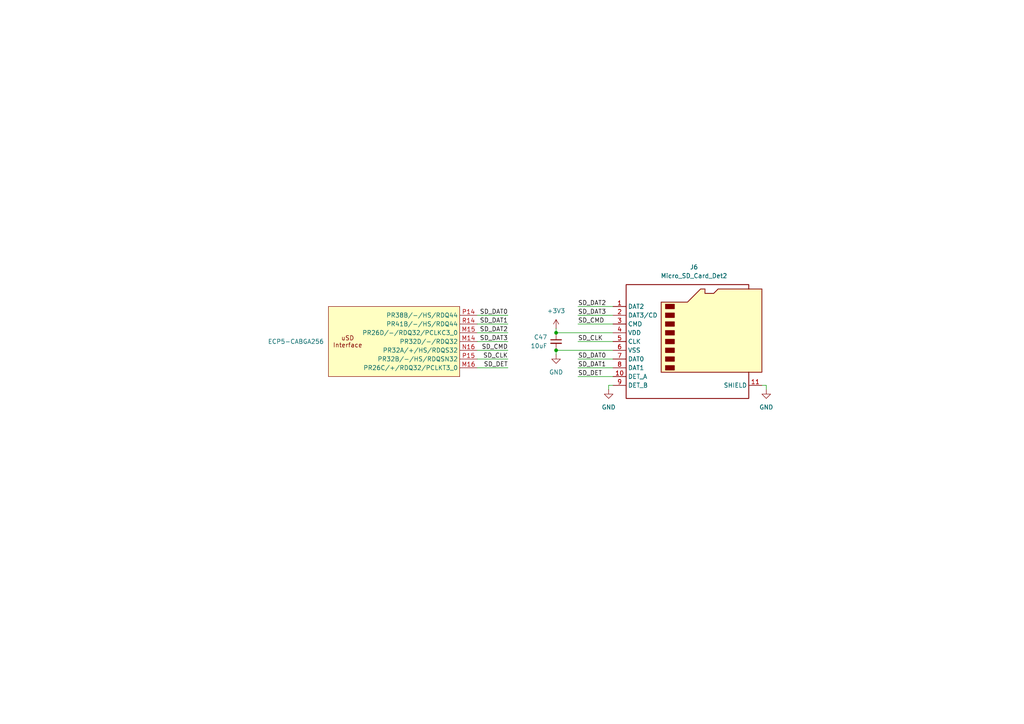
<source format=kicad_sch>
(kicad_sch (version 20250114) (generator "eeschema") (generator_version "9.0")
  (paper "A4")
  (title_block (title "Icepi zero") (date "2025-07-02") (rev "v1.2") (company "Chengyin Yao (cheyao)") (comment 1 "https://github.com/cheyao/icepi-zero"))
  (lib_symbols
    (symbol "Connector:Micro_SD_Card_Det2"
      (property "Reference" "J" (at -16.51 17.78 0))
      (property "Value" "Micro_SD_Card_Det2" (at 16.51 17.78 0))
      (symbol "Micro_SD_Card_Det2_0_1"
        (polyline (pts (xy -8.89 -8.89) (xy -8.89 11.43) (xy -1.27 11.43) (xy 2.54 15.24) (xy 3.81 15.24) (xy 3.81 13.97) (xy 6.35 13.97) (xy 7.62 15.24) (xy 20.32 15.24) (xy 20.32 -8.89) (xy -8.89 -8.89)) (stroke (width 0.254)) (fill (type background)))
        (rectangle (start -7.62 10.795) (end -5.08 9.525) (stroke (width 0.254)) (fill (type outline)))
        (rectangle (start -7.62 8.255) (end -5.08 6.985) (stroke (width 0.254)) (fill (type outline)))
        (rectangle (start -7.62 5.715) (end -5.08 4.445) (stroke (width 0.254)) (fill (type outline)))
        (rectangle (start -7.62 3.175) (end -5.08 1.905) (stroke (width 0.254)) (fill (type outline)))
        (rectangle (start -7.62 0.635) (end -5.08 -0.635) (stroke (width 0.254)) (fill (type outline)))
        (rectangle (start -7.62 -1.905) (end -5.08 -3.175) (stroke (width 0.254)) (fill (type outline)))
        (rectangle (start -7.62 -4.445) (end -5.08 -5.715) (stroke (width 0.254)) (fill (type outline)))
        (rectangle (start -7.62 -6.985) (end -5.08 -8.255) (stroke (width 0.254)) (fill (type outline)))
        (polyline (pts (xy 16.51 15.24) (xy 16.51 16.51) (xy -19.05 16.51) (xy -19.05 -16.51) (xy 16.51 -16.51) (xy 16.51 -8.89)) (stroke (width 0.254)))
      )
      (symbol "Micro_SD_Card_Det2_1_1"
        (pin bidirectional line (at -22.86 10.16 0) (length 3.81) (name "DAT2") (number "1"))
        (pin bidirectional line (at -22.86 7.62 0) (length 3.81) (name "DAT3/CD") (number "2"))
        (pin input line (at -22.86 5.08 0) (length 3.81) (name "CMD") (number "3"))
        (pin power_in line (at -22.86 2.54 0) (length 3.81) (name "VDD") (number "4"))
        (pin input line (at -22.86 0 0) (length 3.81) (name "CLK") (number "5"))
        (pin power_in line (at -22.86 -2.54 0) (length 3.81) (name "VSS") (number "6"))
        (pin bidirectional line (at -22.86 -5.08 0) (length 3.81) (name "DAT0") (number "7"))
        (pin bidirectional line (at -22.86 -7.62 0) (length 3.81) (name "DAT1") (number "8"))
        (pin passive line (at -22.86 -10.16 0) (length 3.81) (name "DET_A") (number "10"))
        (pin passive line (at -22.86 -12.7 0) (length 3.81) (name "DET_B") (number "9"))
        (pin passive line (at 20.32 -12.7 180) (length 3.81) (name "SHIELD") (number "11"))
      )
    )
    (symbol "Device:C_Small" (pin_numbers (hide yes)) (pin_names (offset 0.254) (hide yes))
      (property "Reference" "C" (at 0.254 1.778 0))
      (property "Value" "C_Small" (at 0.254 -2.032 0))
      (symbol "C_Small_0_1"
        (polyline (pts (xy -1.524 0.508) (xy 1.524 0.508)) (stroke (width 0.3048)))
        (polyline (pts (xy -1.524 -0.508) (xy 1.524 -0.508)) (stroke (width 0.3302)))
      )
      (symbol "C_Small_1_1"
        (pin passive line (at 0 2.54 270) (length 2.032) (name "~") (number "1"))
        (pin passive line (at 0 -2.54 90) (length 2.032) (name "~") (number "2"))
      )
    )
    (symbol "icepi-lib:LFE5U-25F-6BG256x"
      (property "Reference" "U" (at 48.768 1.016 0))
      (property "Value" "ECP5U-25F-CABGA256" (at 59.436 -1.27 0))
      (symbol "LFE5U-25F-6BG256x_1_1"
        (rectangle (start -47.625 10.16) (end 47.625 -10.16) (fill (type background)))
        (text "Power Block" (at -0.254 0 0) (effects (font (size 1.27 1.27))))
        (pin power_in line (at -45.72 15.24 270) (length 5.08) (name "VCC") (number "G6"))
        (pin power_in line (at -43.18 15.24 270) (length 5.08) (name "VCC") (number "G7"))
        (pin power_in line (at -40.64 15.24 270) (length 5.08) (name "VCC") (number "L8"))
        (pin power_in line (at -38.1 15.24 270) (length 5.08) (name "VCC") (number "L9"))
        (pin power_in line (at -35.56 15.24 270) (length 5.08) (name "VCC") (number "G9"))
        (pin power_in line (at -35.56 -15.24 90) (length 5.08) (name "GND") (number "A16"))
        (pin power_in line (at -33.02 15.24 270) (length 5.08) (name "VCC") (number "L10"))
        (pin power_in line (at -33.02 -15.24 90) (length 5.08) (name "GND") (number "H16"))
        (pin power_in line (at -30.48 -15.24 90) (length 5.08) (name "GND") (number "T16"))
        (pin power_in line (at -27.94 -15.24 90) (length 5.08) (name "GND") (number "D15"))
        (pin power_in line (at -25.4 15.24 270) (length 5.08) (name "VCCAUX") (number "L7"))
        (pin power_in line (at -25.4 -15.24 90) (length 5.08) (name "GND") (number "N15"))
        (pin power_in line (at -22.86 15.24 270) (length 5.08) (name "VCCAUX") (number "G11"))
        (pin power_in line (at -22.86 -15.24 90) (length 5.08) (name "GND") (number "T12"))
        (pin power_in line (at -20.32 -15.24 90) (length 5.08) (name "GND") (number "G10"))
        (pin power_in line (at -17.78 -15.24 90) (length 5.08) (name "GND") (number "H10"))
        (pin power_in line (at -15.24 15.24 270) (length 5.08) (name "VCCIO0") (number "F6"))
        (pin power_in line (at -15.24 -15.24 90) (length 5.08) (name "GND") (number "J10"))
        (pin power_in line (at -12.7 15.24 270) (length 5.08) (name "VCCIO0") (number "F7"))
        (pin power_in line (at -12.7 -15.24 90) (length 5.08) (name "GND") (number "K10"))
        (pin power_in line (at -10.16 -15.24 90) (length 5.08) (name "GND") (number "F9"))
        (pin power_in line (at -7.62 -15.24 90) (length 5.08) (name "GND") (number "H9"))
        (pin power_in line (at -5.08 15.24 270) (length 5.08) (name "VCCIO1") (number "F10"))
        (pin power_in line (at -5.08 -15.24 90) (length 5.08) (name "GND") (number "J9"))
        (pin power_in line (at -2.54 15.24 270) (length 5.08) (name "VCCIO1") (number "F11"))
        (pin power_in line (at -2.54 -15.24 90) (length 5.08) (name "GND") (number "K9"))
        (pin power_in line (at 0 -15.24 90) (length 5.08) (name "GND") (number "F8"))
        (pin power_in line (at 2.54 -15.24 90) (length 5.08) (name "GND") (number "G8"))
        (pin power_in line (at 5.08 15.24 270) (length 5.08) (name "VCCIO2") (number "J11"))
        (pin power_in line (at 5.08 -15.24 90) (length 5.08) (name "GND") (number "H8"))
        (pin power_in line (at 7.62 15.24 270) (length 5.08) (name "VCCIO2") (number "H11"))
        (pin power_in line (at 7.62 -15.24 90) (length 5.08) (name "GND") (number "J8"))
        (pin power_in line (at 10.16 -15.24 90) (length 5.08) (name "GND") (number "K8"))
        (pin power_in line (at 12.7 -15.24 90) (length 5.08) (name "GND") (number "K7"))
        (pin power_in line (at 15.24 15.24 270) (length 5.08) (name "VCCIO3") (number "L11"))
        (pin power_in line (at 15.24 -15.24 90) (length 5.08) (name "GND") (number "K6"))
        (pin power_in line (at 17.78 15.24 270) (length 5.08) (name "VCCIO3") (number "K11"))
        (pin power_in line (at 17.78 -15.24 90) (length 5.08) (name "GND") (number "T5"))
        (pin power_in line (at 20.32 -15.24 90) (length 5.08) (name "GND") (number "D2"))
        (pin power_in line (at 22.86 -15.24 90) (length 5.08) (name "GND") (number "N2"))
        (pin power_in line (at 25.4 15.24 270) (length 5.08) (name "VCCIO6") (number "J6"))
        (pin power_in line (at 25.4 -15.24 90) (length 5.08) (name "GND") (number "A1"))
        (pin power_in line (at 27.94 15.24 270) (length 5.08) (name "VCCIO6") (number "J7"))
        (pin power_in line (at 27.94 -15.24 90) (length 5.08) (name "GND") (number "H1"))
        (pin power_in line (at 30.48 -15.24 90) (length 5.08) (name "GND") (number "T1"))
        (pin power_in line (at 35.56 15.24 270) (length 5.08) (name "VCCIO7") (number "H6"))
        (pin power_in line (at 38.1 15.24 270) (length 5.08) (name "VCCIO7") (number "H7"))
        (pin power_in line (at 45.72 15.24 270) (length 5.08) (name "VCCIO8") (number "L6"))
      )
      (symbol "LFE5U-25F-6BG256x_2_1"
        (rectangle (start -7.62 5.715) (end 7.62 -5.715) (fill (type background)))
        (text "JTAG\nInterface" (at 2.032 0 0) (effects (font (size 1.27 1.27))))
        (pin output line (at -12.7 3.81 0) (length 5.08) (name "TDO") (number "M10"))
        (pin input line (at -12.7 1.27 0) (length 5.08) (name "TDI") (number "R11"))
        (pin input line (at -12.7 -1.27 0) (length 5.08) (name "TCK") (number "T10"))
        (pin input line (at -12.7 -3.81 0) (length 5.08) (name "TMS") (number "T11"))
      )
      (symbol "LFE5U-25F-6BG256x_3_1"
        (rectangle (start -25.4 8.255) (end 25.4 -8.255) (fill (type background)))
        (text "SysIO Config block" (at 8.89 -0.254 0) (effects (font (size 1.27 1.27))))
        (pin bidirectional line (at -30.48 6.35 0) (length 5.08) (name "PB15A/+/HOLDN/DI/BUSY/CSSPIN/CEN") (number "N8"))
        (pin bidirectional line (at -30.48 3.81 0) (length 5.08) (name "CCLK/MCLK/SCK") (number "N9"))
        (pin bidirectional line (at -30.48 1.27 0) (length 5.08) (name "PB11B/-/D0/MOSI/IO0") (number "T8"))
        (pin bidirectional line (at -30.48 -1.27 0) (length 5.08) (name "PB11A/+/D1/MISO/IO1") (number "T7"))
        (pin bidirectional line (at -30.48 -3.81 0) (length 5.08) (name "PL9B/-/D2/IO2") (number "M7"))
        (pin bidirectional line (at -30.48 -6.35 0) (length 5.08) (name "PL9A/+/D3/IO3") (number "N7"))
        (pin input line (at 30.48 6.35 180) (length 5.08) (name "CFG_0") (number "N10"))
        (pin input line (at 30.48 3.81 180) (length 5.08) (name "CFG_1") (number "P10"))
        (pin input line (at 30.48 1.27 180) (length 5.08) (name "CPG_2") (number "R10"))
        (pin output line (at 30.48 -1.27 180) (length 5.08) (name "DONE") (number "P9"))
        (pin bidirectional line (at 30.48 -3.81 180) (length 5.08) (name "INITN") (number "T9"))
        (pin bidirectional line (at 30.48 -6.35 180) (length 5.08) (name "PROGRAMN") (number "R9"))
      )
      (symbol "LFE5U-25F-6BG256x_4_1"
        (rectangle (start -20.32 17.145) (end 20.32 -17.145) (fill (type background)))
        (text "GPDI\nInterface" (at 11.176 0 0) (effects (font (size 1.27 1.27))))
        (pin bidirectional line (at -25.4 15.24 0) (length 5.08) (name "PR35A/+/HS/RDQ32") (number "P16"))
        (pin bidirectional line (at -25.4 12.7 0) (length 5.08) (name "PR35B/-/HS/RDQ32/VREF1_3") (number "R16"))
        (pin bidirectional line (at -25.4 10.16 0) (length 5.08) (name "PR38C/+/RDQ44") (number "R15"))
        (pin bidirectional line (at -25.4 7.62 0) (length 5.08) (name "PR38D/-/RDQ44") (number "T15"))
        (pin bidirectional line (at -25.4 5.08 0) (length 5.08) (name "PR41C/+/RDQ44") (number "R13"))
        (pin bidirectional line (at -25.4 2.54 0) (length 5.08) (name "PR41D/-/RSQ44") (number "T14"))
        (pin bidirectional line (at -25.4 0 0) (length 5.08) (name "PR44A/+/HS/RDQS44") (number "R12"))
        (pin bidirectional line (at -25.4 -2.54 0) (length 5.08) (name "PR44B/-/HS/RDQSN44") (number "T13"))
        (pin bidirectional line (at -25.4 -5.08 0) (length 5.08) (name "PL44A/+/HS/LDQS44") (number "R5"))
        (pin bidirectional line (at -25.4 -7.62 0) (length 5.08) (name "PL41D/-/LDQ44") (number "T3"))
        (pin bidirectional line (at -25.4 -10.16 0) (length 5.08) (name "PL44B/-/HS/LDQSN44") (number "T4"))
        (pin bidirectional line (at -25.4 -12.7 0) (length 5.08) (name "PL47D/-/LDQ44/LLC_GPLL0C_IN") (number "P5"))
        (pin bidirectional line (at -25.4 -15.24 0) (length 5.08) (name "PR32C/+/RDQ32") (number "L14"))
      )
      (symbol "LFE5U-25F-6BG256x_5_1"
        (rectangle (start -20.32 18.415) (end 19.685 -18.415) (fill (type background)))
        (text "USB/UART\nInterface" (at 10.16 0 0) (effects (font (size 1.27 1.27))))
        (pin bidirectional line (at -25.4 16.51 0) (length 5.08) (name "PR23C/-/RDQ20/PCLKT2_0") (number "K16"))
        (pin bidirectional line (at -25.4 13.97 0) (length 5.08) (name "PR23D/-/RDQ20/PCLKC2_0") (number "K15"))
        (pin bidirectional line (at -25.4 11.43 0) (length 5.08) (name "PR26A/+/HS/RDQ32/PCLKT3_1") (number "L16"))
        (pin bidirectional line (at -25.4 8.89 0) (length 5.08) (name "PR26B/-/HS/RDQ32/PCLKC3_1") (number "L15"))
        (pin bidirectional line (at -25.4 3.81 0) (length 5.08) (name "PR11C/+/RDQ8") (number "F15"))
        (pin bidirectional line (at -25.4 1.27 0) (length 5.08) (name "PR11D/-/RDQ8") (number "E16"))
        (pin bidirectional line (at -25.4 -1.27 0) (length 5.08) (name "PR14B/-/HS/RDQ20") (number "G15"))
        (pin bidirectional line (at -25.4 -3.81 0) (length 5.08) (name "PR14D/-/RDQ20") (number "H14"))
        (pin bidirectional line (at -25.4 -8.89 0) (length 5.08) (name "PR23A/+/HS/RDQ20/PCLKT2_1") (number "J16"))
        (pin bidirectional line (at -25.4 -11.43 0) (length 5.08) (name "PR23B/-/HS/RDQ20/PCLKC2_1") (number "J15"))
        (pin bidirectional line (at -25.4 -13.97 0) (length 5.08) (name "PR5C/+/RDQ8") (number "E14"))
        (pin bidirectional line (at -25.4 -16.51 0) (length 5.08) (name "PT51B/-") (number "E11"))
      )
      (symbol "LFE5U-25F-6BG256x_6_1"
        (rectangle (start -25.4 33.02) (end 25.4 -33.02) (fill (type background)))
        (text "SDRAM\nInterface" (at 0.254 29.464 0) (effects (font (size 1.27 1.27))))
        (pin bidirectional line (at -30.48 30.48 0) (length 5.08) (name "PT53A/+") (number "A11"))
        (pin bidirectional line (at -30.48 27.94 0) (length 5.08) (name "PT49A/+") (number "B11"))
        (pin bidirectional line (at -30.48 22.86 0) (length 5.08) (name "PT44A/+") (number "B10"))
        (pin bidirectional line (at -30.48 20.32 0) (length 5.08) (name "PT42A/+") (number "A9"))
        (pin bidirectional line (at -30.48 17.78 0) (length 5.08) (name "PT38A/+/GR_PCLK1_0") (number "B9"))
        (pin bidirectional line (at -30.48 15.24 0) (length 5.08) (name "PT29B/-/PCLKC0_0") (number "A8"))
        (pin bidirectional line (at -30.48 12.7 0) (length 5.08) (name "PT35B/-/PCLK1_0") (number "B8"))
        (pin bidirectional line (at -30.48 10.16 0) (length 5.08) (name "PT29A/+/PCLKT0_0") (number "A7"))
        (pin bidirectional line (at -30.48 7.62 0) (length 5.08) (name "PT27B/-/PCLKC0_1") (number "B7"))
        (pin bidirectional line (at -30.48 5.08 0) (length 5.08) (name "PT18B/-") (number "A6"))
        (pin bidirectional line (at -30.48 2.54 0) (length 5.08) (name "PT22B/-") (number "B6"))
        (pin bidirectional line (at -30.48 0 0) (length 5.08) (name "PT18A/+") (number "A5"))
        (pin bidirectional line (at -30.48 -2.54 0) (length 5.08) (name "PT42B/-") (number "A10"))
        (pin bidirectional line (at -30.48 -5.08 0) (length 5.08) (name "PT15B/-") (number "B5"))
        (pin bidirectional line (at -30.48 -7.62 0) (length 5.08) (name "PT6B/-") (number "A4"))
        (pin bidirectional line (at -30.48 -12.7 0) (length 5.08) (name "PT56A/+") (number "B12"))
        (pin bidirectional line (at -30.48 -15.24 0) (length 5.08) (name "PT11B/-") (number "B4"))
        (pin bidirectional line (at -30.48 -17.78 0) (length 5.08) (name "PT6A/+") (number "A3"))
        (pin bidirectional line (at -30.48 -20.32 0) (length 5.08) (name "PT67A/+") (number "B14"))
        (pin bidirectional line (at -30.48 -22.86 0) (length 5.08) (name "PT4B/-") (number "B3"))
        (pin bidirectional line (at -30.48 -25.4 0) (length 5.08) (name "PT65A/+") (number "A13"))
        (pin bidirectional line (at -30.48 -27.94 0) (length 5.08) (name "PT60A/+") (number "B13"))
        (pin bidirectional line (at -30.48 -30.48 0) (length 5.08) (name "PT53B/-") (number "A12"))
        (pin bidirectional line (at 30.48 30.48 180) (length 5.08) (name "PR2A/+/HS/RDQ8") (number "B16"))
        (pin bidirectional line (at 30.48 27.94 180) (length 5.08) (name "PR2C/+/RDQ8") (number "C14"))
        (pin bidirectional line (at 30.48 25.4 180) (length 5.08) (name "PR5A/+/HS/RDQ8") (number "C16"))
        (pin bidirectional line (at 30.48 22.86 180) (length 5.08) (name "PR5B/-/HS/RDQ8") (number "C15"))
        (pin bidirectional line (at 30.48 20.32 180) (length 5.08) (name "PR8A/+/HS/RDQS8") (number "D16"))
        (pin bidirectional line (at 30.48 17.78 180) (length 5.08) (name "PT67B/-") (number "A15"))
        (pin bidirectional line (at 30.48 15.24 180) (length 5.08) (name "PR2B/-/HS/RDQ8/S0_IN") (number "B15"))
        (pin bidirectional line (at 30.48 12.7 180) (length 5.08) (name "PT65B/-") (number "A14"))
        (pin bidirectional line (at 30.48 10.16 180) (length 5.08) (name "PT4A/+") (number "A2"))
        (pin bidirectional line (at 30.48 7.62 180) (length 5.08) (name "PL2B/-/HS/LDQ8") (number "B2"))
        (pin bidirectional line (at 30.48 5.08 180) (length 5.08) (name "PL8B/-/HS/LDQSN8") (number "E2"))
        (pin bidirectional line (at 30.48 2.54 180) (length 5.08) (name "PL8A/+/HS/LDQS8") (number "D1"))
        (pin bidirectional line (at 30.48 0 180) (length 5.08) (name "PL5B/-/HS/LDQ8") (number "C2"))
        (pin bidirectional line (at 30.48 -2.54 180) (length 5.08) (name "PL5A/+/HS/LDQ8") (number "C1"))
        (pin bidirectional line (at 30.48 -5.08 180) (length 5.08) (name "PL2C/+/LDQ8") (number "C3"))
        (pin bidirectional line (at 30.48 -7.62 180) (length 5.08) (name "PL2A/+/HS/LDQ8") (number "B1"))
      )
      (symbol "LFE5U-25F-6BG256x_7_1"
        (rectangle (start -19.05 10.16) (end 19.05 -10.16) (fill (type background)))
        (text "uSD\nInterface" (at 13.462 0 0) (effects (font (size 1.27 1.27))))
        (pin bidirectional line (at -24.13 7.62 0) (length 5.08) (name "PR38B/-/HS/RDQ44") (number "P14"))
        (pin bidirectional line (at -24.13 5.08 0) (length 5.08) (name "PR41B/-/HS/RDQ44") (number "R14"))
        (pin bidirectional line (at -24.13 2.54 0) (length 5.08) (name "PR26D/-/RDQ32/PCLKC3_0") (number "M15"))
        (pin bidirectional line (at -24.13 0 0) (length 5.08) (name "PR32D/-/RDQ32") (number "M14"))
        (pin bidirectional line (at -24.13 -2.54 0) (length 5.08) (name "PR32A/+/HS/RDQS32") (number "N16"))
        (pin bidirectional line (at -24.13 -5.08 0) (length 5.08) (name "PR32B/-/HS/RDQSN32") (number "P15"))
        (pin bidirectional line (at -24.13 -7.62 0) (length 5.08) (name "PR26C/+/RDQ32/PCLKT3_0") (number "M16"))
      )
      (symbol "LFE5U-25F-6BG256x_8_1"
        (rectangle (start -34.29 23.495) (end 34.29 -26.035) (fill (type background)))
        (text "GPIO\nInterface" (at -0.508 20.828 0) (effects (font (size 1.27 1.27))))
        (pin bidirectional line (at -39.37 21.59 0) (length 5.08) (name "PL38D/-/LDQ44") (number "T2"))
        (pin bidirectional line (at -39.37 19.05 0) (length 5.08) (name "PL38C/+/LDQ44") (number "R2"))
        (pin bidirectional line (at -39.37 16.51 0) (length 5.08) (name "PL35B/-/HS/LDQ32/VREF1_6") (number "R1"))
        (pin bidirectional line (at -39.37 11.43 0) (length 5.08) (name "PL41B/-/HS/LDQ44") (number "R3"))
        (pin bidirectional line (at -39.37 8.89 0) (length 5.08) (name "PL38B/-/HS/LDQ44") (number "P3"))
        (pin bidirectional line (at -39.37 6.35 0) (length 5.08) (name "PL32B/-/HS/LDQSN32") (number "P2"))
        (pin bidirectional line (at -39.37 1.27 0) (length 5.08) (name "PL26B/-/HS/LDQ32/PCLKC6_1") (number "L2"))
        (pin bidirectional line (at -39.37 -1.27 0) (length 5.08) (name "PL23A/+/HS/LDQ20/PCLKT7") (number "J1"))
        (pin bidirectional line (at -39.37 -3.81 0) (length 5.08) (name "PL14B/-/HS/LDQ20") (number "G2"))
        (pin bidirectional line (at -39.37 -8.89 0) (length 5.08) (name "PL14C/+/LDQ20/VREF1_7") (number "G3"))
        (pin bidirectional line (at -39.37 -11.43 0) (length 5.08) (name "PL11D/-/LDQ8") (number "E1"))
        (pin bidirectional line (at -39.37 -13.97 0) (length 5.08) (name "PL5D/-/LDQ8") (number "F3"))
        (pin bidirectional line (at -39.37 -16.51 0) (length 5.08) (name "PL5C/+/LDQ8") (number "E3"))
        (pin bidirectional line (at -39.37 -19.05 0) (length 5.08) (name "PT9A/+") (number "E4"))
        (pin bidirectional line (at -39.37 -21.59 0) (length 5.08) (name "PT9B/-") (number "D4"))
        (pin bidirectional line (at 39.37 16.51 180) (length 5.08) (name "PL35A/+/HS/LDQ32") (number "P1"))
        (pin bidirectional line (at 39.37 13.97 180) (length 5.08) (name "PL32A/+/HS/LDQS32") (number "N1"))
        (pin bidirectional line (at 39.37 11.43 180) (length 5.08) (name "PL38A/+/HS/LDQ44") (number "N4"))
        (pin bidirectional line (at 39.37 6.35 180) (length 5.08) (name "PL26C/+/LDQ32/PCLKT6_0") (number "M1"))
        (pin bidirectional line (at 39.37 3.81 180) (length 5.08) (name "PL26A/+/HS/LDQ32/PCLKT6_1") (number "L1"))
        (pin bidirectional line (at 39.37 -1.27 180) (length 5.08) (name "PL23B/-/HS/LDQ20/PCLKC7_1") (number "J2"))
        (pin bidirectional line (at 39.37 -3.81 180) (length 5.08) (name "PL20C/+/LDQS20/GR_PCLK7_0") (number "H2"))
        (pin bidirectional line (at 39.37 -6.35 180) (length 5.08) (name "PL20A/+/HS/LDQS20/GR_PCLK7_1") (number "G1"))
        (pin bidirectional line (at 39.37 -8.89 180) (length 5.08) (name "PL20D/-/LDQS20") (number "K3"))
        (pin bidirectional line (at 39.37 -13.97 180) (length 5.08) (name "PL20B/-/HS/LDQSN20") (number "J3"))
        (pin bidirectional line (at 39.37 -19.05 180) (length 5.08) (name "PL14D/-/lDQ20") (number "H3"))
        (pin bidirectional line (at 39.37 -21.59 180) (length 5.08) (name "PL14A/+/HS/LDQ20") (number "F1"))
        (pin bidirectional line (at 39.37 -24.13 180) (length 5.08) (name "PL11C/+/LDQ8") (number "F2"))
      )
      (symbol "LFE5U-25F-6BG256x_9_1"
        (rectangle (start -15.24 17.145) (end 15.24 -17.145) (fill (type background)))
        (text "MISC\nInterface" (at 6.604 2.54 0) (effects (font (size 1.27 1.27))))
        (pin bidirectional line (at -20.32 15.24 0) (length 5.08) (name "PT11A/+") (number "C4"))
        (pin bidirectional line (at -20.32 12.7 0) (length 5.08) (name "PT15A/+") (number "C5"))
        (pin bidirectional line (at -20.32 7.62 0) (length 5.08) (name "PT62B/-") (number "E13"))
        (pin bidirectional line (at -20.32 5.08 0) (length 5.08) (name "PR2D/-/RDQ8") (number "D14"))
        (pin bidirectional line (at -20.32 2.54 0) (length 5.08) (name "PT58B/-") (number "E12"))
        (pin bidirectional line (at -20.32 0 0) (length 5.08) (name "PT60B/-") (number "C13"))
        (pin bidirectional line (at -20.32 -2.54 0) (length 5.08) (name "PT62A/+") (number "D13"))
        (pin bidirectional line (at -20.32 -7.62 0) (length 5.08) (name "PT27A/+/PCLKT0_1") (number "C7"))
        (pin bidirectional line (at -20.32 -10.16 0) (length 5.08) (name "PT35A/+/PCLKT1_0") (number "C8"))
        (pin bidirectional line (at -20.32 -15.24 0) (length 5.08) (name "PL26D/-/LDQ32/PCLK6_0") (number "M2"))
      )
      (symbol "LFE5U-25F-6BG256x_10_1"
        (rectangle (start -53.34 38.1) (end 52.705 -40.005) (fill (type background)))
        (text "Unused I/O" (at -1.524 0.254 0) (effects (font (size 1.27 1.27))))
        (pin bidirectional line (at -58.42 30.48 0) (length 5.08) (name "PL2D/-/LDQ8") (number "D3"))
        (pin bidirectional line (at -58.42 27.94 0) (length 5.08) (name "PL8C/+/LDQ8") (number "F4"))
        (pin bidirectional line (at -58.42 25.4 0) (length 5.08) (name "PL8D/-/LDQ8") (number "F5"))
        (pin bidirectional line (at -58.42 22.86 0) (length 5.08) (name "PL11A/+/HS/LDQ8") (number "G5"))
        (pin bidirectional line (at -58.42 20.32 0) (length 5.08) (name "PL11B/-/HS/LDQ8") (number "G4"))
        (pin bidirectional line (at -58.42 17.78 0) (length 5.08) (name "PL17A/+/HS/LDQ20") (number "H5"))
        (pin bidirectional line (at -58.42 15.24 0) (length 5.08) (name "PL17B/-/HS/LDQ20") (number "H4"))
        (pin bidirectional line (at -58.42 12.7 0) (length 5.08) (name "PL17C/+/LDQ20") (number "J4"))
        (pin bidirectional line (at -58.42 10.16 0) (length 5.08) (name "PL17D/-/LDQ20") (number "J5"))
        (pin bidirectional line (at -58.42 7.62 0) (length 5.08) (name "PL23C/+/LDQ20/PCLKT7_0") (number "K1"))
        (pin bidirectional line (at -58.42 5.08 0) (length 5.08) (name "PL23D/-/LDQ20/PCLKC7_0") (number "K2"))
        (pin bidirectional line (at -58.42 2.54 0) (length 5.08) (name "PL29A/+/HS/LDQ32/GR_PCLK6_0") (number "K4"))
        (pin bidirectional line (at -58.42 0 0) (length 5.08) (name "PL29B/-/HS/LDQ32") (number "K5"))
        (pin bidirectional line (at -58.42 -2.54 0) (length 5.08) (name "PL29C/+/LDQ32/GR_PCLK6_1") (number "L4"))
        (pin bidirectional line (at -58.42 -5.08 0) (length 5.08) (name "PL29D/-/LDQ32") (number "L5"))
        (pin bidirectional line (at -58.42 -7.62 0) (length 5.08) (name "PL32C/+/LDQ32") (number "L3"))
        (pin bidirectional line (at -58.42 -10.16 0) (length 5.08) (name "PL32D/-/LDQ32") (number "M3"))
        (pin bidirectional line (at -58.42 -12.7 0) (length 5.08) (name "PL35C/+/LDQ32") (number "M4"))
        (pin bidirectional line (at -58.42 -15.24 0) (length 5.08) (name "PL35D/-/LDQ32") (number "N3"))
        (pin bidirectional line (at -58.42 -17.78 0) (length 5.08) (name "PL41A/+/HS/LDQ44") (number "P4"))
        (pin bidirectional line (at -58.42 -20.32 0) (length 5.08) (name "PL41C/+/LD44") (number "R4"))
        (pin bidirectional line (at -58.42 -22.86 0) (length 5.08) (name "PL44C/+/LDQ44") (number "M5"))
        (pin bidirectional line (at -58.42 -25.4 0) (length 5.08) (name "PL44D/-/LDQ44") (number "N5"))
        (pin bidirectional line (at -58.42 -27.94 0) (length 5.08) (name "PL47A/+/HS/LDQ44") (number "M6"))
        (pin bidirectional line (at -58.42 -30.48 0) (length 5.08) (name "PL47B/-/HS/LDQ44") (number "N6"))
        (pin bidirectional line (at -58.42 -33.02 0) (length 5.08) (name "PL47C/+/LDQ44/LLC+GPLL0T_IN") (number "P6"))
        (pin bidirectional line (at -27.94 43.18 270) (length 5.08) (name "PT13B/-") (number "D5"))
        (pin bidirectional line (at -25.4 43.18 270) (length 5.08) (name "PT13A/+") (number "E5"))
        (pin bidirectional line (at -22.86 43.18 270) (length 5.08) (name "PT20B/-") (number "D6"))
        (pin bidirectional line (at -20.32 43.18 270) (length 5.08) (name "PT20A/+") (number "E6"))
        (pin bidirectional line (at -17.78 43.18 270) (length 5.08) (name "PT22A/+") (number "C6"))
        (pin bidirectional line (at -15.24 43.18 270) (length 5.08) (name "PT24B/-/GR_PCLK0_0") (number "D7"))
        (pin bidirectional line (at -12.7 43.18 270) (length 5.08) (name "PT24A/+/GR_PCLK0_1") (number "E7"))
        (pin bidirectional line (at -11.43 -45.085 90) (length 5.08) (name "PB18A/WRITEN") (number "M9"))
        (pin bidirectional line (at -10.16 43.18 270) (length 5.08) (name "PT33B/-/PCLKC1_1") (number "D8"))
        (pin bidirectional line (at -8.89 -45.085 90) (length 5.08) (name "PB15B/0/DOUT/CSON") (number "M8"))
        (pin bidirectional line (at -7.62 43.18 270) (length 5.08) (name "PT33A/+/PCLKT1_1") (number "E8"))
        (pin bidirectional line (at -6.35 -45.085 90) (length 5.08) (name "PB13B/-/CS1N") (number "P8"))
        (pin bidirectional line (at -5.08 43.18 270) (length 5.08) (name "PT38B/-/GR_PCLK1_1") (number "C9"))
        (pin bidirectional line (at -3.81 -45.085 90) (length 5.08) (name "PB13A/+/SN/CSN") (number "R8"))
        (pin bidirectional line (at -2.54 43.18 270) (length 5.08) (name "PT40B/-") (number "E9"))
        (pin bidirectional line (at -1.27 -45.085 90) (length 5.08) (name "PB6B/-/D4/MOSI2/IO4") (number "P7"))
        (pin bidirectional line (at 0 43.18 270) (length 5.08) (name "PT40A/+") (number "D9"))
        (pin bidirectional line (at 1.27 -45.085 90) (length 5.08) (name "PB6A/+/D5/MISO2/IO5") (number "R7"))
        (pin bidirectional line (at 2.54 43.18 270) (length 5.08) (name "PT44B/-") (number "C10"))
        (pin bidirectional line (at 3.81 -45.085 90) (length 5.08) (name "PB4B/0/D6/IO6") (number "R6"))
        (pin bidirectional line (at 5.08 43.18 270) (length 5.08) (name "PT47B/-") (number "E10"))
        (pin bidirectional line (at 6.35 -45.085 90) (length 5.08) (name "PB4A/+/D7/IO7") (number "T6"))
        (pin bidirectional line (at 7.62 43.18 270) (length 5.08) (name "PT47A/+") (number "D10"))
        (pin bidirectional line (at 10.16 43.18 270) (length 5.08) (name "PT49B/-") (number "C11"))
        (pin bidirectional line (at 12.7 43.18 270) (length 5.08) (name "PT51A/+") (number "D11"))
        (pin bidirectional line (at 15.24 43.18 270) (length 5.08) (name "PT56B/-") (number "C12"))
        (pin bidirectional line (at 17.78 43.18 270) (length 5.08) (name "PT58A/+") (number "D12"))
        (pin bidirectional line (at 57.785 35.56 180) (length 5.08) (name "PR47A/+/HS/RSQ44") (number "M11"))
        (pin bidirectional line (at 57.785 33.02 180) (length 5.08) (name "PR47B/0/HS/RDQ44") (number "N11"))
        (pin bidirectional line (at 57.785 30.48 180) (length 5.08) (name "PR47C/+/RSQ44/LRC_GPLL0T_IN") (number "P11"))
        (pin bidirectional line (at 57.785 27.94 180) (length 5.08) (name "PR47D/-/RDQ44/LRC_GPLL0C_IN") (number "P12"))
        (pin bidirectional line (at 57.785 25.4 180) (length 5.08) (name "PR44C/+/RDQ44") (number "M12"))
        (pin bidirectional line (at 57.785 22.86 180) (length 5.08) (name "PR44D/-/RSQ44") (number "N12"))
        (pin bidirectional line (at 57.785 20.32 180) (length 5.08) (name "PR41A/+/HS/RDQ44") (number "P13"))
        (pin bidirectional line (at 57.785 17.78 180) (length 5.08) (name "PR38A/+/HS/RDQ44") (number "N13"))
        (pin bidirectional line (at 57.785 15.24 180) (length 5.08) (name "PR35C/+/RDQ32") (number "M13"))
        (pin bidirectional line (at 57.785 12.7 180) (length 5.08) (name "PR35D/-/RDQ32") (number "N14"))
        (pin bidirectional line (at 57.785 10.16 180) (length 5.08) (name "PR29A/+/HS/RDQ32/GR_PCLK3_0") (number "K13"))
        (pin bidirectional line (at 57.785 7.62 180) (length 5.08) (name "PR29B/-/HS/RDQ32") (number "K12"))
        (pin bidirectional line (at 57.785 5.08 180) (length 5.08) (name "PR29C/+/RDQ32/GR_PCLK3_1") (number "L13"))
        (pin bidirectional line (at 57.785 2.54 180) (length 5.08) (name "PR29D/-/RDQ32") (number "L12"))
        (pin bidirectional line (at 57.785 0 180) (length 5.08) (name "PR20A/+/HS/RDQS20/GR_PCLK2_1") (number "G16"))
        (pin bidirectional line (at 57.785 -2.54 180) (length 5.08) (name "PR20B/-/HS/RDQSN20") (number "H15"))
        (pin bidirectional line (at 57.785 -5.08 180) (length 5.08) (name "PR20C/+/RDQ20/GR_PCLK2_0") (number "J14"))
        (pin bidirectional line (at 57.785 -7.62 180) (length 5.08) (name "PR20D/-/RDQ20") (number "K14"))
        (pin bidirectional line (at 57.785 -10.16 180) (length 5.08) (name "PR17A/+/HS/RDQ20") (number "H12"))
        (pin bidirectional line (at 57.785 -12.7 180) (length 5.08) (name "PR17B/-/HS/RDQ20") (number "H13"))
        (pin bidirectional line (at 57.785 -15.24 180) (length 5.08) (name "PR17C/+/RDQ20") (number "J13"))
        (pin bidirectional line (at 57.785 -17.78 180) (length 5.08) (name "PR17D/-/RDQ20") (number "J12"))
        (pin bidirectional line (at 57.785 -20.32 180) (length 5.08) (name "PR14A/+/HS/RDQ20") (number "F16"))
        (pin bidirectional line (at 57.785 -22.86 180) (length 5.08) (name "PR14C/+/RDQ20/VREF1_2") (number "G14"))
        (pin bidirectional line (at 57.785 -25.4 180) (length 5.08) (name "PR11A/+/HS/RDQ8") (number "G12"))
        (pin bidirectional line (at 57.785 -27.94 180) (length 5.08) (name "PR11B/-/HS/RDQ8") (number "G13"))
        (pin bidirectional line (at 57.785 -30.48 180) (length 5.08) (name "PR8B/-/HS/RDQSN8") (number "E15"))
        (pin bidirectional line (at 57.785 -33.02 180) (length 5.08) (name "PR8C/+/RDQ8") (number "F13"))
        (pin bidirectional line (at 57.785 -35.56 180) (length 5.08) (name "PR8D/-/RDQ8") (number "F12"))
        (pin bidirectional line (at 57.785 -38.1 180) (length 5.08) (name "PR5D/-/RDQ8") (number "F14"))
      )
    )
    (symbol "power:+3V3" (power) (pin_numbers (hide yes)) (pin_names (offset 0) (hide yes))
      (property "Value" "+3V3" (at 0 3.556 0))
      (symbol "+3V3_0_1"
        (polyline (pts (xy -0.762 1.27) (xy 0 2.54)))
        (polyline (pts (xy 0 2.54) (xy 0.762 1.27)))
        (polyline (pts (xy 0 0) (xy 0 2.54)))
      )
      (symbol "+3V3_1_1"
        (pin power_in line (at 0 0 90) (length 0) (name "~") (number "1"))
      )
    )
    (symbol "power:GND" (power) (pin_numbers (hide yes)) (pin_names (offset 0) (hide yes))
      (property "Value" "GND" (at 0 -3.81 0))
      (symbol "GND_0_1"
        (polyline (pts (xy 0 0) (xy 0 -1.27) (xy 1.27 -1.27) (xy 0 -2.54) (xy -1.27 -1.27) (xy 0 -1.27)))
      )
      (symbol "GND_1_1"
        (pin power_in line (at 0 0 270) (length 0) (name "~") (number "1"))
      )
    )
  )
  (junction (at 161.29 96.52))
  (junction (at 161.29 101.6))
  (wire (pts (xy 167.64 106.68) (xy 177.8 106.68)))
  (wire (pts (xy 222.25 111.76) (xy 220.98 111.76)))
  (wire (pts (xy 161.29 96.52) (xy 177.8 96.52)))
  (wire (pts (xy 138.43 93.98) (xy 147.32 93.98)))
  (wire (pts (xy 161.29 102.87) (xy 161.29 101.6)))
  (wire (pts (xy 167.64 104.14) (xy 177.8 104.14)))
  (wire (pts (xy 138.43 96.52) (xy 147.32 96.52)))
  (wire (pts (xy 138.43 91.44) (xy 147.32 91.44)))
  (wire (pts (xy 167.64 99.06) (xy 177.8 99.06)))
  (wire (pts (xy 167.64 91.44) (xy 177.8 91.44)))
  (wire (pts (xy 176.53 111.76) (xy 177.8 111.76)))
  (wire (pts (xy 167.64 93.98) (xy 177.8 93.98)))
  (wire (pts (xy 138.43 99.06) (xy 147.32 99.06)))
  (wire (pts (xy 222.25 113.03) (xy 222.25 111.76)))
  (wire (pts (xy 161.29 101.6) (xy 177.8 101.6)))
  (wire (pts (xy 176.53 113.03) (xy 176.53 111.76)))
  (wire (pts (xy 167.64 88.9) (xy 177.8 88.9)))
  (wire (pts (xy 167.64 109.22) (xy 177.8 109.22)))
  (wire (pts (xy 138.43 104.14) (xy 147.32 104.14)))
  (wire (pts (xy 138.43 101.6) (xy 147.32 101.6)))
  (wire (pts (xy 161.29 95.25) (xy 161.29 96.52)))
  (wire (pts (xy 138.43 106.68) (xy 147.32 106.68)))
  (label "SD_DAT1" (at 167.64 106.68 0))
  (label "SD_DAT3" (at 147.32 99.06 180))
  (label "SD_CMD" (at 147.32 101.6 180))
  (label "SD_CLK" (at 167.64 99.06 0))
  (label "SD_CMD" (at 167.64 93.98 0))
  (label "SD_DET" (at 147.32 106.68 180))
  (label "SD_DAT2" (at 167.64 88.9 0))
  (label "SD_DET" (at 167.64 109.22 0))
  (label "SD_DAT2" (at 147.32 96.52 180))
  (label "SD_DAT0" (at 147.32 91.44 180))
  (label "SD_DAT3" (at 167.64 91.44 0))
  (label "SD_DAT0" (at 167.64 104.14 0))
  (label "SD_DAT1" (at 147.32 93.98 180))
  (label "SD_CLK" (at 147.32 104.14 180))
  (symbol (lib_id "power:GND") (at 161.29 102.87 0) (unit 1)
    (property "Reference" "#PWR089" (effects (hide yes)))
    (property "Value" "GND" (at 161.29 107.95 0))
    (property "Description" "Power symbol creates a global label with name \"GND\" , ground" (effects (hide yes)))
  )
  (symbol (lib_id "power:GND") (at 222.25 113.03 0) (unit 1)
    (property "Reference" "#PWR091" (effects (hide yes)))
    (property "Value" "GND" (at 222.25 118.11 0))
    (property "Description" "Power symbol creates a global label with name \"GND\" , ground" (effects (hide yes)))
  )
  (symbol (lib_id "power:GND") (at 176.53 113.03 0) (mirror y) (unit 1)
    (property "Reference" "#PWR090" (effects (hide yes)))
    (property "Value" "GND" (at 176.53 118.11 0))
    (property "Description" "Power symbol creates a global label with name \"GND\" , ground" (effects (hide yes)))
  )
  (symbol (lib_id "power:+3V3") (at 161.29 95.25 0) (unit 1)
    (property "Reference" "#PWR087" (effects (hide yes)))
    (property "Value" "+3V3" (at 161.29 90.17 0))
    (property "Description" "Power symbol creates a global label with name \"+3V3\"" (effects (hide yes)))
  )
  (symbol (lib_id "Device:C_Small") (at 161.29 99.06 0) (mirror y) (unit 1)
    (property "Reference" "C47" (at 158.75 97.7962 0) (effects (justify left)))
    (property "Value" "10uF" (at 158.75 100.3362 0) (effects (justify left)))
    (property "Footprint" "Capacitor_SMD:C_0603_1608Metric" (effects (hide yes)))
    (property "Description" "Unpolarized capacitor, small symbol" (effects (hide yes)))
    (property "LCSC Part #" "C19702" (effects (hide yes)))
  )
  (symbol (lib_id "icepi-lib:LFE5U-25F-6BG256x") (at 114.3 99.06 0) (mirror y) (unit 7)
    (property "Reference" "U1" (effects (hide yes)))
    (property "Value" "ECP5-CABGA256" (at 93.98 99.06 0) (effects (justify left)))
    (property "Footprint" "Package_BGA:BGA-256_14.0x14.0mm_Layout16x16_P0.8mm_Ball0.45mm_Pad0.32mm_NSMD" (effects (hide yes)))
    (property "Description" "ECP5 FPGA, 24K LUTs, 1.2V, BGA-256" (effects (hide yes)))
  )
  (symbol (lib_id "Connector:Micro_SD_Card_Det2") (at 200.66 99.06 0) (unit 1)
    (property "Reference" "J6" (at 201.295 77.47 0))
    (property "Value" "Micro_SD_Card_Det2" (at 201.295 80.01 0))
    (property "Footprint" "icepi-lib:microSD_HC_SOFNG_TF-008" (effects (hide yes)))
    (property "Datasheet" "https://www.hirose.com/en/product/document?clcode=&productname=&series=DM3&documenttype=Catalog&lang=en&documentid=D49662_en" (effects (hide yes)))
    (property "Description" "Micro SD Card Socket with two card detection pins" (effects (hide yes)))
    (property "LCSC Part #" "C428465" (effects (hide yes)))
  )
)
</source>
